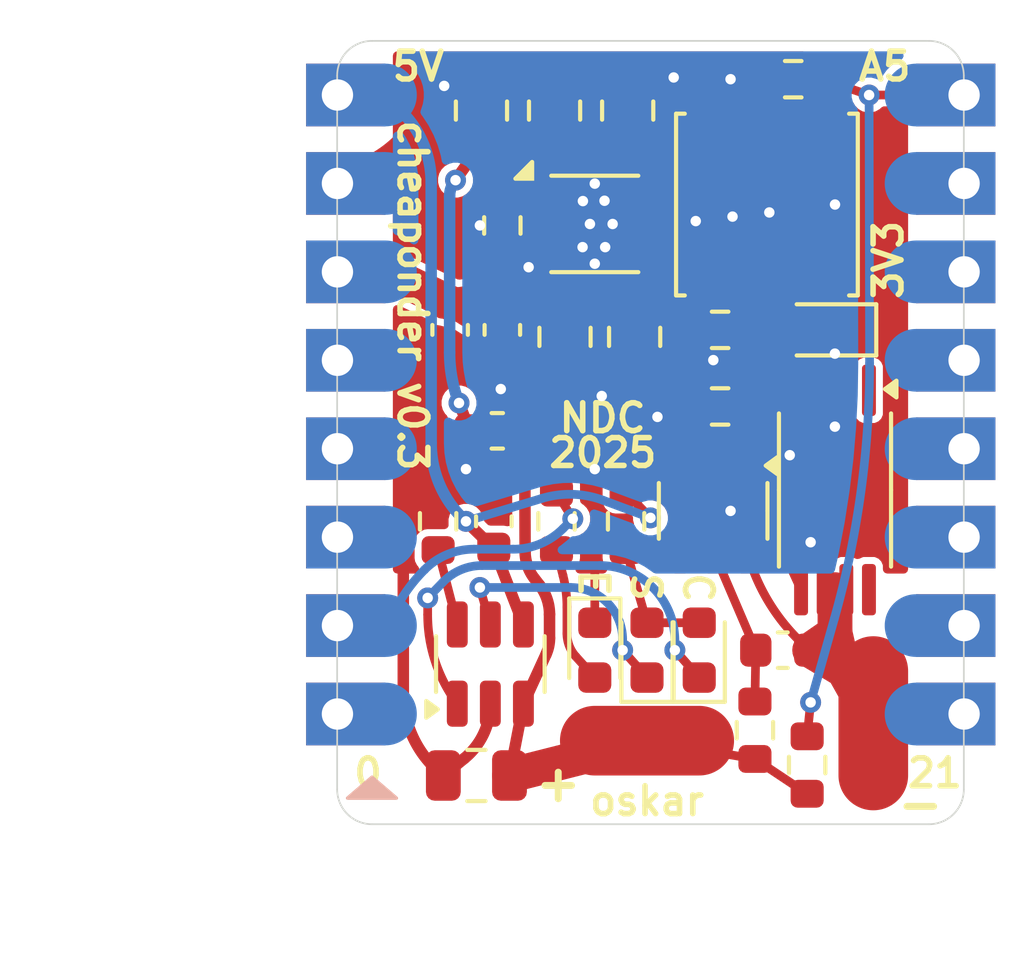
<source format=kicad_pcb>
(kicad_pcb (version 20241229) (generator "pcbnew") (generator_version "9.0")
  (layers (0 "F.Cu" signal) (2 "B.Cu" signal) (13 "F.Paste" user) (15 "B.Paste" user) (5 "F.SilkS" user "F.Silkscreen") (1 "F.Mask" user) (3 "B.Mask" user) (25 "Edge.Cuts" user))
  (net 0 "")
  (net 1 "/+VIN")
  (net 2 "GND")
  (net 3 "+3V3")
  (net 4 "Net-(U2-VCC)")
  (net 5 "-BATT")
  (net 6 "VBUS")
  (net 7 "+BATT")
  (net 8 "Net-(D1-A)")
  (net 9 "/TP_STBY")
  (net 10 "/TP_CHRG")
  (net 11 "Net-(D4-A)")
  (net 12 "/L1")
  (net 13 "/L2")
  (net 15 "/DW_OC")
  (net 17 "/DW_OD")
  (net 18 "/DW_CS")
  (net 19 "/ESP_LED")
  (net 21 "Net-(D3-A)")
  (net 22 "Net-(U1-PROG)")
  (net 23 "Net-(U3-CFG1)")
  (net 34 "/VBAT_MON")
  (footprint "Capacitor_SMD:C_0805_2012Metric" (layer "F.Cu") (at 79.144974 111.501003 90)
    (property "Reference" "C9" (hide yes))
    (property "Value" "10uF")
    (fp_line (start -0.261253 -0.735) (end 0.261253 -0.735) (stroke (width 0.12)) (layer "F.SilkS"))
    (fp_line (start -0.261253 0.735) (end 0.261253 0.735) (stroke (width 0.12)) (layer "F.SilkS"))
    (pad "1" smd roundrect (at -0.949999 0 90) (size 1 1.45) (layers "F.Cu" "F.Mask" "F.Paste") (net 2 "GND"))
    (pad "2" smd roundrect (at 0.949999 0 90) (size 1 1.45) (layers "F.Cu" "F.Mask" "F.Paste") (net 3 "+3V3"))
  )
  (footprint "LED_SMD:LED_0603_1608Metric" (layer "F.Cu") (at 86.6 111.3 180)
    (property "Reference" "D3" (hide yes))
    (property "Value" "LED")
    (fp_line (start 0.8 -0.735) (end -1.485 -0.735) (stroke (width 0.12)) (layer "F.SilkS"))
    (fp_line (start -1.485 0.735) (end 0.8 0.735) (stroke (width 0.12)) (layer "F.SilkS"))
    (fp_line (start -1.485 -0.735) (end -1.485 0.735) (stroke (width 0.12)) (layer "F.SilkS"))
    (pad "1" smd roundrect (at -0.787501 0 180) (size 0.875 0.95) (layers "F.Cu" "F.Mask" "F.Paste") (net 2 "GND"))
    (pad "2" smd roundrect (at 0.787501 0 180) (size 0.875 0.95) (layers "F.Cu" "F.Mask" "F.Paste") (net 21 "Net-(D3-A)"))
  )
  (footprint "Capacitor_SMD:C_0805_2012Metric" (layer "F.Cu") (at 80.944974 105.001003 -90)
    (property "Reference" "C6" (hide yes))
    (property "Value" "3.3uF")
    (fp_line (start -0.261253 0.735) (end 0.261253 0.735) (stroke (width 0.12)) (layer "F.SilkS"))
    (fp_line (start -0.261253 -0.735) (end 0.261253 -0.735) (stroke (width 0.12)) (layer "F.SilkS"))
    (pad "1" smd roundrect (at -0.949999 0 270) (size 1 1.45) (layers "F.Cu" "F.Mask" "F.Paste") (net 2 "GND"))
    (pad "2" smd roundrect (at 0.949999 0 270) (size 1 1.45) (layers "F.Cu" "F.Mask" "F.Paste") (net 1 "/+VIN"))
  )
  (footprint "Package_TO_SOT_SMD:TSOT-23-6" (layer "F.Cu") (at 77 120.9 90)
    (property "Reference" "U1" (hide yes))
    (property "Value" "TP4057")
    (fp_line (start 0 -1.56) (end 0.8 -1.56) (stroke (width 0.12)) (layer "F.SilkS"))
    (fp_line (start 0 -1.56) (end -0.8 -1.56) (stroke (width 0.12)) (layer "F.SilkS"))
    (fp_line (start 0 1.56) (end 0.8 1.56) (stroke (width 0.12)) (layer "F.SilkS"))
    (fp_line (start 0 1.56) (end -0.8 1.56) (stroke (width 0.12)) (layer "F.SilkS"))
    (fp_poly (pts (xy -1.3 -1.51) (xy -1.54 -1.84) (xy -1.06 -1.84)) (stroke (width 0.12)) (fill yes) (layer "F.SilkS"))
    (pad "1" smd roundrect (at -1.1375 -0.95 90) (size 1.325 0.6) (layers "F.Cu" "F.Mask" "F.Paste") (net 10 "/TP_CHRG"))
    (pad "2" smd roundrect (at -1.1375 0 90) (size 1.325 0.6) (layers "F.Cu" "F.Mask" "F.Paste") (net 2 "GND"))
    (pad "3" smd roundrect (at -1.1375 0.95 90) (size 1.325 0.6) (layers "F.Cu" "F.Mask" "F.Paste") (net 7 "+BATT"))
    (pad "4" smd roundrect (at 1.1375 0.95 90) (size 1.325 0.6) (layers "F.Cu" "F.Mask" "F.Paste") (net 6 "VBUS"))
    (pad "5" smd roundrect (at 1.1375 0 90) (size 1.325 0.6) (layers "F.Cu" "F.Mask" "F.Paste") (net 9 "/TP_STBY"))
    (pad "6" smd roundrect (at 1.1375 -0.95 90) (size 1.325 0.6) (layers "F.Cu" "F.Mask" "F.Paste") (net 22 "Net-(U1-PROG)"))
  )
  (footprint "Capacitor_SMD:C_0805_2012Metric" (layer "F.Cu") (at 78.844973 105.001003 -90)
    (property "Reference" "C7" (hide yes))
    (property "Value" "3.3uF")
    (fp_line (start -0.261253 0.735) (end 0.261253 0.735) (stroke (width 0.12)) (layer "F.SilkS"))
    (fp_line (start -0.261253 -0.735) (end 0.261253 -0.735) (stroke (width 0.12)) (layer "F.SilkS"))
    (pad "1" smd roundrect (at -0.949999 0 270) (size 1 1.45) (layers "F.Cu" "F.Mask" "F.Paste") (net 2 "GND"))
    (pad "2" smd roundrect (at 0.949999 0 270) (size 1 1.45) (layers "F.Cu" "F.Mask" "F.Paste") (net 1 "/+VIN"))
  )
  (footprint "LED_SMD:LED_0603_1608Metric" (layer "F.Cu") (at 80 120.5 -90)
    (property "Reference" "D4" (hide yes))
    (property "Value" "LED")
    (fp_line (start -1.485 0.735) (end 0.8 0.735) (stroke (width 0.12)) (layer "F.SilkS"))
    (fp_line (start -1.485 -0.735) (end -1.485 0.735) (stroke (width 0.12)) (layer "F.SilkS"))
    (fp_line (start 0.8 -0.735) (end -1.485 -0.735) (stroke (width 0.12)) (layer "F.SilkS"))
    (pad "1" smd roundrect (at -0.787501 0 270) (size 0.875 0.95) (layers "F.Cu" "F.Mask" "F.Paste") (net 2 "GND"))
    (pad "2" smd roundrect (at 0.787501 0 270) (size 0.875 0.95) (layers "F.Cu" "F.Mask" "F.Paste") (net 11 "Net-(D4-A)"))
  )
  (footprint "Resistor_SMD:R_0603_1608Metric" (layer "F.Cu") (at 75.5 116.8 -90)
    (property "Reference" "R3" (hide yes))
    (property "Value" "1k6")
    (fp_line (start -0.237258 0.5225) (end 0.237258 0.5225) (stroke (width 0.12)) (layer "F.SilkS"))
    (fp_line (start -0.237258 -0.5225) (end 0.237258 -0.5225) (stroke (width 0.12)) (layer "F.SilkS"))
    (pad "1" smd roundrect (at -0.825 0 270) (size 0.8 0.95) (layers "F.Cu" "F.Mask" "F.Paste") (net 2 "GND"))
    (pad "2" smd roundrect (at 0.825 0 270) (size 0.8 0.95) (layers "F.Cu" "F.Mask" "F.Paste") (net 22 "Net-(U1-PROG)"))
  )
  (footprint "Package_SO:TSSOP-8_4.4x3mm_P0.65mm" (layer "F.Cu") (at 86.9 115.9 -90)
    (property "Reference" "Q1" (hide yes))
    (property "Value" "FS8205A")
    (fp_line (start 0 1.61) (end -2.2 1.61) (stroke (width 0.12)) (layer "F.SilkS"))
    (fp_line (start 0 1.61) (end 2.2 1.61) (stroke (width 0.12)) (layer "F.SilkS"))
    (fp_line (start 0 -1.61) (end -2.2 -1.61) (stroke (width 0.12)) (layer "F.SilkS"))
    (fp_line (start 0 -1.61) (end 2.2 -1.61) (stroke (width 0.12)) (layer "F.SilkS"))
    (fp_poly (pts (xy -2.9 -1.435) (xy -3.14 -1.765) (xy -2.66 -1.765)) (stroke (width 0.12)) (fill yes) (layer "F.SilkS"))
    (pad "1" smd roundrect (at -2.8625 -0.975 270) (size 1.475 0.4) (layers "F.Cu" "F.Mask" "F.Paste"))
    (pad "2" smd roundrect (at -2.8625 -0.325 270) (size 1.475 0.4) (layers "F.Cu" "F.Mask" "F.Paste") (net 2 "GND"))
    (pad "3" smd roundrect (at -2.8625 0.325 270) (size 1.475 0.4) (layers "F.Cu" "F.Mask" "F.Paste") (net 2 "GND"))
    (pad "4" smd roundrect (at -2.8625 0.975 270) (size 1.475 0.4) (layers "F.Cu" "F.Mask" "F.Paste") (net 15 "/DW_OC"))
    (pad "5" smd roundrect (at 2.8625 0.975 270) (size 1.475 0.4) (layers "F.Cu" "F.Mask" "F.Paste") (net 17 "/DW_OD"))
    (pad "6" smd roundrect (at 2.8625 0.325 270) (size 1.475 0.4) (layers "F.Cu" "F.Mask" "F.Paste") (net 5 "-BATT"))
    (pad "7" smd roundrect (at 2.8625 -0.325 270) (size 1.475 0.4) (layers "F.Cu" "F.Mask" "F.Paste") (net 5 "-BATT"))
    (pad "8" smd roundrect (at 2.8625 -0.975 270) (size 1.475 0.4) (layers "F.Cu" "F.Mask" "F.Paste"))
  )
  (footprint "Resistor_SMD:R_0603_1608Metric" (layer "F.Cu") (at 83.6 111.3 180)
    (property "Reference" "R5" (hide yes))
    (property "Value" "1k6")
    (fp_line (start -0.237258 0.5225) (end 0.237258 0.5225) (stroke (width 0.12)) (layer "F.SilkS"))
    (fp_line (start -0.237258 -0.5225) (end 0.237258 -0.5225) (stroke (width 0.12)) (layer "F.SilkS"))
    (pad "1" smd roundrect (at -0.825 0 180) (size 0.8 0.95) (layers "F.Cu" "F.Mask" "F.Paste") (net 21 "Net-(D3-A)"))
    (pad "2" smd roundrect (at 0.825 0 180) (size 0.8 0.95) (layers "F.Cu" "F.Mask" "F.Paste") (net 3 "+3V3"))
  )
  (footprint "Package_TO_SOT_SMD:SOT-23-6" (layer "F.Cu") (at 83.4 116.5 -90)
    (property "Reference" "U2" (hide yes))
    (property "Value" "DW01A")
    (fp_line (start 0 1.56) (end -0.8 1.56) (stroke (width 0.12)) (layer "F.SilkS"))
    (fp_line (start 0 1.56) (end 0.8 1.56) (stroke (width 0.12)) (layer "F.SilkS"))
    (fp_line (start 0 -1.56) (end -0.8 -1.56) (stroke (width 0.12)) (layer "F.SilkS"))
    (fp_line (start 0 -1.56) (end 0.8 -1.56) (stroke (width 0.12)) (layer "F.SilkS"))
    (fp_poly (pts (xy -1.3 -1.51) (xy -1.54 -1.84) (xy -1.06 -1.84)) (stroke (width 0.12)) (fill yes) (layer "F.SilkS"))
    (pad "1" smd roundrect (at -1.1375 -0.95 270) (size 1.325 0.6) (layers "F.Cu" "F.Mask" "F.Paste") (net 17 "/DW_OD"))
    (pad "2" smd roundrect (at -1.1375 0 270) (size 1.325 0.6) (layers "F.Cu" "F.Mask" "F.Paste") (net 18 "/DW_CS"))
    (pad "3" smd roundrect (at -1.1375 0.95 270) (size 1.325 0.6) (layers "F.Cu" "F.Mask" "F.Paste") (net 15 "/DW_OC"))
    (pad "4" smd roundrect (at 1.1375 0.95 270) (size 1.325 0.6) (layers "F.Cu" "F.Mask" "F.Paste"))
    (pad "5" smd roundrect (at 1.1375 0 270) (size 1.325 0.6) (layers "F.Cu" "F.Mask" "F.Paste") (net 4 "Net-(U2-VCC)"))
    (pad "6" smd roundrect (at 1.1375 -0.95 270) (size 1.325 0.6) (layers "F.Cu" "F.Mask" "F.Paste") (net 5 "-BATT"))
  )
  (footprint "Resistor_SMD:R_0603_1608Metric" (layer "F.Cu") (at 80.9 116.8 90)
    (property "Reference" "R1" (hide yes))
    (property "Value" "1k6")
    (fp_line (start -0.237258 -0.5225) (end 0.237258 -0.5225) (stroke (width 0.12)) (layer "F.SilkS"))
    (fp_line (start -0.237258 0.5225) (end 0.237258 0.5225) (stroke (width 0.12)) (layer "F.SilkS"))
    (pad "1" smd roundrect (at -0.825 0 90) (size 0.8 0.95) (layers "F.Cu" "F.Mask" "F.Paste") (net 8 "Net-(D1-A)"))
    (pad "2" smd roundrect (at 0.825 0 90) (size 0.8 0.95) (layers "F.Cu" "F.Mask" "F.Paste") (net 6 "VBUS"))
  )
  (footprint "Capacitor_SMD:C_0603_1608Metric" (layer "F.Cu") (at 77.344974 111.301003 90)
    (property "Reference" "C4" (hide yes))
    (property "Value" "100n")
    (fp_line (start -0.140581 -0.51) (end 0.140581 -0.51) (stroke (width 0.12)) (layer "F.SilkS"))
    (fp_line (start -0.140581 0.51) (end 0.140581 0.51) (stroke (width 0.12)) (layer "F.SilkS"))
    (pad "1" smd roundrect (at -0.775 0 90) (size 0.9 0.95) (layers "F.Cu" "F.Mask" "F.Paste") (net 2 "GND"))
    (pad "2" smd roundrect (at 0.775 0 90) (size 0.9 0.95) (layers "F.Cu" "F.Mask" "F.Paste") (net 3 "+3V3"))
  )
  (footprint "Resistor_SMD:R_0603_1608Metric" (layer "F.Cu") (at 85.7 104.1)
    (property "Reference" "R9" (hide yes))
    (property "Value" "1M")
    (fp_line (start -0.237258 -0.5225) (end 0.237258 -0.5225) (stroke (width 0.12)) (layer "F.SilkS"))
    (fp_line (start -0.237258 0.5225) (end 0.237258 0.5225) (stroke (width 0.12)) (layer "F.SilkS"))
    (pad "1" smd roundrect (at -0.825 0) (size 0.8 0.95) (layers "F.Cu" "F.Mask" "F.Paste") (net 2 "GND"))
    (pad "2" smd roundrect (at 0.825 0) (size 0.8 0.95) (layers "F.Cu" "F.Mask" "F.Paste") (net 34 "/VBAT_MON"))
  )
  (footprint "LED_SMD:LED_0603_1608Metric" (layer "F.Cu") (at 83 120.5 90)
    (property "Reference" "D2" (hide yes))
    (property "Value" "LED")
    (fp_line (start 0.8 -0.735) (end -1.485 -0.735) (stroke (width 0.12)) (layer "F.SilkS"))
    (fp_line (start -1.485 -0.735) (end -1.485 0.735) (stroke (width 0.12)) (layer "F.SilkS"))
    (fp_line (start -1.485 0.735) (end 0.8 0.735) (stroke (width 0.12)) (layer "F.SilkS"))
    (pad "1" smd roundrect (at -0.787501 0 90) (size 0.875 0.95) (layers "F.Cu" "F.Mask" "F.Paste") (net 10 "/TP_CHRG"))
    (pad "2" smd roundrect (at 0.787501 0 90) (size 0.875 0.95) (layers "F.Cu" "F.Mask" "F.Paste") (net 8 "Net-(D1-A)"))
  )
  (footprint "Capacitor_SMD:C_0805_2012Metric" (layer "F.Cu") (at 76.744973 105.001003 -90)
    (property "Reference" "C8" (hide yes))
    (property "Value" "3.3uF")
    (fp_line (start -0.261253 0.735) (end 0.261253 0.735) (stroke (width 0.12)) (layer "F.SilkS"))
    (fp_line (start -0.261253 -0.735) (end 0.261253 -0.735) (stroke (width 0.12)) (layer "F.SilkS"))
    (pad "1" smd roundrect (at -0.949999 0 270) (size 1 1.45) (layers "F.Cu" "F.Mask" "F.Paste") (net 2 "GND"))
    (pad "2" smd roundrect (at 0.949999 0 270) (size 1 1.45) (layers "F.Cu" "F.Mask" "F.Paste") (net 1 "/+VIN"))
  )
  (footprint "Resistor_SMD:R_0603_1608Metric" (layer "F.Cu") (at 83.6 113.5)
    (property "Reference" "R4" (hide yes))
    (property "Value" "1k")
    (fp_line (start -0.237258 -0.5225) (end 0.237258 -0.5225) (stroke (width 0.12)) (layer "F.SilkS"))
    (fp_line (start -0.237258 0.5225) (end 0.237258 0.5225) (stroke (width 0.12)) (layer "F.SilkS"))
    (pad "1" smd roundrect (at -0.825 0) (size 0.8 0.95) (layers "F.Cu" "F.Mask" "F.Paste") (net 2 "GND"))
    (pad "2" smd roundrect (at 0.825 0) (size 0.8 0.95) (layers "F.Cu" "F.Mask" "F.Paste") (net 18 "/DW_CS"))
  )
  (footprint "Fuse:Fuse_0603_1608Metric" (layer "F.Cu") (at 77.2 114.2 180)
    (property "Reference" "F1" (hide yes))
    (property "Value" "Fuse")
    (fp_line (start -0.16278 0.51) (end 0.16278 0.51) (stroke (width 0.12)) (layer "F.SilkS"))
    (fp_line (start -0.16278 -0.51) (end 0.16278 -0.51) (stroke (width 0.12)) (layer "F.SilkS"))
    (pad "1" smd roundrect (at -0.787501 0 180) (size 0.875 0.95) (layers "F.Cu" "F.Mask" "F.Paste") (net 7 "+BATT"))
    (pad "2" smd roundrect (at 0.787501 0 180) (size 0.875 0.95) (layers "F.Cu" "F.Mask" "F.Paste") (net 1 "/+VIN"))
  )
  (footprint "Resistor_SMD:R_0603_1608Metric" (layer "F.Cu") (at 86.1 123.8 -90)
    (property "Reference" "R8" (hide yes))
    (property "Value" "470k")
    (fp_line (start -0.237258 0.5225) (end 0.237258 0.5225) (stroke (width 0.12)) (layer "F.SilkS"))
    (fp_line (start -0.237258 -0.5225) (end 0.237258 -0.5225) (stroke (width 0.12)) (layer "F.SilkS"))
    (pad "1" smd roundrect (at -0.825 0 270) (size 0.8 0.95) (layers "F.Cu" "F.Mask" "F.Paste") (net 34 "/VBAT_MON"))
    (pad "2" smd roundrect (at 0.825 0 270) (size 0.8 0.95) (layers "F.Cu" "F.Mask" "F.Paste") (net 7 "+BATT"))
  )
  (footprint "Capacitor_SMD:C_0805_2012Metric" (layer "F.Cu") (at 76.6 124.1)
    (property "Reference" "C3" (hide yes))
    (property "Value" "10u")
    (fp_line (start -0.261252 -0.735) (end 0.261252 -0.735) (stroke (width 0.12)) (layer "F.SilkS"))
    (fp_line (start -0.261252 0.735) (end 0.261252 0.735) (stroke (width 0.12)) (layer "F.SilkS"))
    (pad "1" smd roundrect (at -0.95 0) (size 1 1.45) (layers "F.Cu" "F.Mask" "F.Paste") (net 2 "GND"))
    (pad "2" smd roundrect (at 0.95 0) (size 1 1.45) (layers "F.Cu" "F.Mask" "F.Paste") (net 7 "+BATT"))
  )
  (footprint "Resistor_SMD:R_0603_1608Metric" (layer "F.Cu") (at 84.6 122.8 -90)
    (property "Reference" "R2" (hide yes))
    (property "Value" "100")
    (fp_line (start -0.237258 0.5225) (end 0.237258 0.5225) (stroke (width 0.12)) (layer "F.SilkS"))
    (fp_line (start -0.237258 -0.5225) (end 0.237258 -0.5225) (stroke (width 0.12)) (layer "F.SilkS"))
    (pad "1" smd roundrect (at -0.825 0 270) (size 0.8 0.95) (layers "F.Cu" "F.Mask" "F.Paste") (net 4 "Net-(U2-VCC)"))
    (pad "2" smd roundrect (at 0.825 0 270) (size 0.8 0.95) (layers "F.Cu" "F.Mask" "F.Paste") (net 7 "+BATT"))
  )
  (footprint "Inductor_SMD:L_Changjiang_FNR5020S" (layer "F.Cu") (at 84.944974 107.701003 90)
    (property "Reference" "L1" (hide yes))
    (property "Value" "2.2uH 43mohm")
    (fp_line (start 2.61 -2.61) (end 2.61 -2.36) (stroke (width 0.12)) (layer "F.SilkS"))
    (fp_line (start -2.61 -2.61) (end 2.61 -2.61) (stroke (width 0.12)) (layer "F.SilkS"))
    (fp_line (start -2.61 -2.36) (end -2.61 -2.61) (stroke (width 0.12)) (layer "F.SilkS"))
    (fp_line (start 2.61 2.36) (end 2.61 2.61) (stroke (width 0.12)) (layer "F.SilkS"))
    (fp_line (start 2.61 2.61) (end -2.61 2.61) (stroke (width 0.12)) (layer "F.SilkS"))
    (fp_line (start -2.61 2.61) (end -2.61 2.36) (stroke (width 0.12)) (layer "F.SilkS"))
    (pad "1" smd roundrect (at -1.85 0 90) (size 1.4 4.2) (layers "F.Cu" "F.Mask" "F.Paste") (roundrect_rratio 0.178571) (net 13 "/L2"))
    (pad "2" smd roundrect (at 1.85 0 90) (size 1.4 4.2) (layers "F.Cu" "F.Mask" "F.Paste") (roundrect_rratio 0.178571) (net 12 "/L1"))
  )
  (footprint "LOGO" (layer "F.Cu") (at 86.9 115.9 -90)
    (property "Reference" "G***" (hide yes))
    (property "Value" "LOGO" (hide yes))
  )
  (footprint "Capacitor_SMD:C_0805_2012Metric" (layer "F.Cu") (at 81.144974 111.501003 90)
    (property "Reference" "C10" (hide yes))
    (property "Value" "10uF")
    (fp_line (start -0.261253 -0.735) (end 0.261253 -0.735) (stroke (width 0.12)) (layer "F.SilkS"))
    (fp_line (start -0.261253 0.735) (end 0.261253 0.735) (stroke (width 0.12)) (layer "F.SilkS"))
    (pad "1" smd roundrect (at -0.949999 0 90) (size 1 1.45) (layers "F.Cu" "F.Mask" "F.Paste") (net 2 "GND"))
    (pad "2" smd roundrect (at 0.949999 0 90) (size 1 1.45) (layers "F.Cu" "F.Mask" "F.Paste") (net 3 "+3V3"))
  )
  (footprint "Capacitor_SMD:C_0603_1608Metric" (layer "F.Cu") (at 85.4 120.5 180)
    (property "Reference" "C1" (hide yes))
    (property "Value" "100n")
    (fp_line (start -0.140581 0.51) (end 0.140581 0.51) (stroke (width 0.12)) (layer "F.SilkS"))
    (fp_line (start -0.140581 -0.51) (end 0.140581 -0.51) (stroke (width 0.12)) (layer "F.SilkS"))
    (pad "1" smd roundrect (at -0.775 0 180) (size 0.9 0.95) (layers "F.Cu" "F.Mask" "F.Paste") (net 5 "-BATT"))
    (pad "2" smd roundrect (at 0.775 0 180) (size 0.9 0.95) (layers "F.Cu" "F.Mask" "F.Paste") (net 4 "Net-(U2-VCC)"))
  )
  (footprint "LED_SMD:LED_0603_1608Metric" (layer "F.Cu") (at 81.5 120.5 90)
    (property "Reference" "D1" (hide yes))
    (property "Value" "LED")
    (fp_line (start 0.8 -0.735) (end -1.485 -0.735) (stroke (width 0.12)) (layer "F.SilkS"))
    (fp_line (start -1.485 -0.735) (end -1.485 0.735) (stroke (width 0.12)) (layer "F.SilkS"))
    (fp_line (start -1.485 0.735) (end 0.8 0.735) (stroke (width 0.12)) (layer "F.SilkS"))
    (pad "1" smd roundrect (at -0.787501 0 90) (size 0.875 0.95) (layers "F.Cu" "F.Mask" "F.Paste") (net 9 "/TP_STBY"))
    (pad "2" smd roundrect (at 0.787501 0 90) (size 0.875 0.95) (layers "F.Cu" "F.Mask" "F.Paste") (net 8 "Net-(D1-A)"))
  )
  (footprint "Capacitor_SMD:C_0603_1608Metric" (layer "F.Cu") (at 77.1 116.8 -90)
    (property "Reference" "C2" (hide yes))
    (property "Value" "10u")
    (fp_line (start -0.140581 0.51) (end 0.140581 0.51) (stroke (width 0.12)) (layer "F.SilkS"))
    (fp_line (start -0.140581 -0.51) (end 0.140581 -0.51) (stroke (width 0.12)) (layer "F.SilkS"))
    (pad "1" smd roundrect (at -0.775 0 270) (size 0.9 0.95) (layers "F.Cu" "F.Mask" "F.Paste") (net 2 "GND"))
    (pad "2" smd roundrect (at 0.775 0 270) (size 0.9 0.95) (layers "F.Cu" "F.Mask" "F.Paste") (net 6 "VBUS"))
  )
  (footprint "cheaponder:pbwire" (layer "F.Cu") (at 88 122.6 90)
    (property "Reference" "J2" (hide yes))
    (property "Value" "B-")
    (pad "1" smd oval (at 0 0 90) (size 5 2) (layers "F.Cu" "F.Mask" "F.Paste") (net 5 "-BATT"))
  )
  (footprint "Resistor_SMD:R_0603_1608Metric" (layer "F.Cu") (at 77.344974 108.301003 -90)
    (property "Reference" "R6" (hide yes))
    (property "Value" "36k5")
    (fp_line (start -0.237258 0.5225) (end 0.237258 0.5225) (stroke (width 0.12)) (layer "F.SilkS"))
    (fp_line (start -0.237258 -0.5225) (end 0.237258 -0.5225) (stroke (width 0.12)) (layer "F.SilkS"))
    (pad "1" smd roundrect (at -0.825 0 270) (size 0.8 0.95) (layers "F.Cu" "F.Mask" "F.Paste") (net 23 "Net-(U3-CFG1)"))
    (pad "2" smd roundrect (at 0.825 0 270) (size 0.8 0.95) (layers "F.Cu" "F.Mask" "F.Paste") (net 2 "GND"))
  )
  (footprint "cheaponder:pbwire" (layer "F.Cu") (at 81.5 123.1)
    (property "Reference" "J1" (hide yes))
    (property "Value" "B+")
    (pad "1" smd oval (at 0 0) (size 5 2) (layers "F.Cu" "F.Mask" "F.Paste") (net 7 "+BATT"))
  )
  (footprint "Resistor_SMD:R_0603_1608Metric" (layer "F.Cu") (at 78.9 116.8 90)
    (property "Reference" "R7" (hide yes))
    (property "Value" "1k6")
    (fp_line (start -0.237258 -0.5225) (end 0.237258 -0.5225) (stroke (width 0.12)) (layer "F.SilkS"))
    (fp_line (start -0.237258 0.5225) (end 0.237258 0.5225) (stroke (width 0.12)) (layer "F.SilkS"))
    (pad "1" smd roundrect (at -0.825 0 90) (size 0.8 0.95) (layers "F.Cu" "F.Mask" "F.Paste") (net 11 "Net-(D4-A)"))
    (pad "2" smd roundrect (at 0.825 0 90) (size 0.8 0.95) (layers "F.Cu" "F.Mask" "F.Paste") (net 19 "/ESP_LED"))
  )
  (footprint "Package_SON:WSON-10-1EP_2.5x2.5mm_P0.5mm_EP1.2x2mm" (layer "F.Cu") (at 80 108.2575)
    (property "Reference" "U3" (hide yes))
    (property "Value" "TPS63900")
    (fp_line (start -1.25 -1.385) (end 1.25 -1.385) (stroke (width 0.12)) (layer "F.SilkS"))
    (fp_line (start -1.25 1.385) (end 1.25 1.385) (stroke (width 0.12)) (layer "F.SilkS"))
    (fp_poly (pts (xy -1.8 -1.3) (xy -2.28 -1.3) (xy -1.8 -1.78)) (stroke (width 0.12)) (fill yes) (layer "F.SilkS"))
    (pad "1" smd roundrect (at -1.2125 -1) (size 0.825 0.25) (layers "F.Cu" "F.Mask" "F.Paste") (net 1 "/+VIN"))
    (pad "2" smd roundrect (at -1.2125 -0.5) (size 0.825 0.25) (layers "F.Cu" "F.Mask" "F.Paste") (net 1 "/+VIN"))
    (pad "3" smd roundrect (at -1.2125 0) (size 0.825 0.25) (layers "F.Cu" "F.Mask" "F.Paste") (net 23 "Net-(U3-CFG1)"))
    (pad "4" smd roundrect (at -1.2125 0.5) (size 0.825 0.25) (layers "F.Cu" "F.Mask" "F.Paste") (net 2 "GND"))
    (pad "5" smd roundrect (at -1.2125 1) (size 0.825 0.25) (layers "F.Cu" "F.Mask" "F.Paste") (net 2 "GND"))
    (pad "6" smd roundrect (at 1.2125 1) (size 0.825 0.25) (layers "F.Cu" "F.Mask" "F.Paste") (net 3 "+3V3"))
    (pad "7" smd roundrect (at 1.2125 0.5) (size 0.825 0.25) (layers "F.Cu" "F.Mask" "F.Paste") (net 13 "/L2"))
    (pad "8" smd roundrect (at 1.2125 0) (size 0.825 0.25) (layers "F.Cu" "F.Mask" "F.Paste") (net 2 "GND"))
    (pad "9" smd roundrect (at 1.2125 -0.5) (size 0.825 0.25) (layers "F.Cu" "F.Mask" "F.Paste") (net 12 "/L1"))
    (pad "10" smd roundrect (at 1.2125 -1) (size 0.825 0.25) (layers "F.Cu" "F.Mask" "F.Paste") (net 1 "/+VIN"))
    (pad "11" smd rect (at 0 0) (size 1.2 2) (property pad_prop_heatsink) (layers "F.Cu" "F.Mask") (net 2 "GND"))
  )
  (footprint "Capacitor_SMD:C_0603_1608Metric" (layer "F.Cu") (at 75.844974 111.301003 -90)
    (property "Reference" "C5" (hide yes))
    (property "Value" "10n")
    (fp_line (start -0.140581 0.51) (end 0.140581 0.51) (stroke (width 0.12)) (layer "F.SilkS"))
    (fp_line (start -0.140581 -0.51) (end 0.140581 -0.51) (stroke (width 0.12)) (layer "F.SilkS"))
    (pad "1" smd roundrect (at -0.775 0 270) (size 0.9 0.95) (layers "F.Cu" "F.Mask" "F.Paste") (net 3 "+3V3"))
    (pad "2" smd roundrect (at 0.775 0 270) (size 0.9 0.95) (layers "F.Cu" "F.Mask" "F.Paste") (net 2 "GND"))
  )
  (footprint "cheaponder:ESP32_C3_SuperMini" (layer "B.Cu") (at 81.6 113.45 180)
    (property "Reference" "U4" (hide yes))
    (property "Value" "ESP32-S3-Zero Devboard")
    (fp_poly (pts (xy 8.7 -11.3) (xy 8 -10.7) (xy 7.3 -11.3)) (stroke (width 0.1)) (fill yes) (layer "B.SilkS"))
    (pad "0" smd circle (at 7.612 -8.884 180) (size 1.8 1.8) (layers "B.Cu" "B.Mask" "B.Paste"))
    (pad "0" thru_hole rect (at 8.992 -8.884) (size 2.28 1.8) (drill 0.9 (offset 0.24 0)) (layers "*.Cu" "*.Mask"))
    (pad "1" smd circle (at 7.612 -6.344 180) (size 1.8 1.8) (layers "B.Cu" "B.Mask" "B.Paste") (net 19 "/ESP_LED"))
    (pad "1" thru_hole rect (at 8.992 -6.344) (size 2.28 1.8) (drill 0.9 (offset 0.24 0)) (layers "*.Cu" "*.Mask") (net 19 "/ESP_LED"))
    (pad "2" smd circle (at 7.612 -3.804 180) (size 1.8 1.8) (layers "B.Cu" "B.Mask" "B.Paste"))
    (pad "2" thru_hole rect (at 8.992 -3.804) (size 2.28 1.8) (drill 0.9 (offset 0.24 0)) (layers "*.Cu" "*.Mask"))
    (pad "3" smd circle (at 7.612 -1.264 180) (size 1.8 1.8) (layers "B.Cu" "B.Mask" "B.Paste"))
    (pad "3" thru_hole rect (at 8.992 -1.264) (size 2.28 1.8) (drill 0.9 (offset 0.24 0)) (layers "*.Cu" "*.Mask"))
    (pad "3V3" smd circle (at 7.612 3.816 180) (size 1.8 1.8) (layers "B.Cu" "B.Mask" "B.Paste") (net 3 "+3V3"))
    (pad "3V3" thru_hole rect (at 8.992 3.816) (size 2.28 1.8) (drill 0.9 (offset 0.24 0)) (layers "*.Cu" "*.Mask") (net 3 "+3V3"))
    (pad "4" smd circle (at 7.612 1.276 180) (size 1.8 1.8) (layers "B.Cu" "B.Mask" "B.Paste"))
    (pad "4" thru_hole rect (at 8.992 1.276) (size 2.28 1.8) (drill 0.9 (offset 0.24 0)) (layers "*.Cu" "*.Mask"))
    (pad "5" thru_hole rect (at -9.008 8.896 180) (size 2.28 1.8) (drill 0.9 (offset 0.24 0)) (layers "*.Cu" "*.Mask") (net 34 "/VBAT_MON"))
    (pad "5" smd circle (at -7.628 8.896 180) (size 1.8 1.8) (layers "B.Cu" "B.Mask" "B.Paste") (net 34 "/VBAT_MON"))
    (pad "5V" smd circle (at 7.612 8.896 180) (size 1.8 1.8) (layers "B.Cu" "B.Mask" "B.Paste") (net 6 "VBUS"))
    (pad "5V" thru_hole rect (at 8.992 8.896) (size 2.28 1.8) (drill 0.9 (offset 0.24 0)) (layers "*.Cu" "*.Mask") (net 6 "VBUS"))
    (pad "6" thru_hole rect (at -9.008 6.356 180) (size 2.28 1.8) (drill 0.9 (offset 0.24 0)) (layers "*.Cu" "*.Mask"))
    (pad "6" smd circle (at -7.628 6.356 180) (size 1.8 1.8) (layers "B.Cu" "B.Mask" "B.Paste"))
    (pad "7" thru_hole rect (at -9.008 3.816 180) (size 2.28 1.8) (drill 0.9 (offset 0.24 0)) (layers "*.Cu" "*.Mask"))
    (pad "7" smd circle (at -7.628 3.816 180) (size 1.8 1.8) (layers "B.Cu" "B.Mask" "B.Paste"))
    (pad "8" thru_hole rect (at -9.008 1.276 180) (size 2.28 1.8) (drill 0.9 (offset 0.24 0)) (layers "*.Cu" "*.Mask"))
    (pad "8" smd circle (at -7.628 1.276 180) (size 1.8 1.8) (layers "B.Cu" "B.Mask" "B.Paste"))
    (pad "9" thru_hole rect (at -9.008 -1.264 180) (size 2.28 1.8) (drill 0.9 (offset 0.24 0)) (layers "*.Cu" "*.Mask"))
    (pad "9" smd circle (at -7.628 -1.264 180) (size 1.8 1.8) (layers "B.Cu" "B.Mask" "B.Paste"))
    (pad "10" thru_hole rect (at -9.008 -3.804 180) (size 2.28 1.8) (drill 0.9 (offset 0.24 0)) (layers "*.Cu" "*.Mask"))
    (pad "10" smd circle (at -7.628 -3.804 180) (size 1.8 1.8) (layers "B.Cu" "B.Mask" "B.Paste"))
    (pad "20" thru_hole rect (at -9.008 -6.344 180) (size 2.28 1.8) (drill 0.9 (offset 0.24 0)) (layers "*.Cu" "*.Mask"))
    (pad "20" smd circle (at -7.628 -6.344 180) (size 1.8 1.8) (layers "B.Cu" "B.Mask" "B.Paste"))
    (pad "21" thru_hole rect (at -9.008 -8.884 180) (size 2.28 1.8) (drill 0.9 (offset 0.24 0)) (layers "*.Cu" "*.Mask"))
    (pad "21" smd circle (at -7.628 -8.884 180) (size 1.8 1.8) (layers "B.Cu" "B.Mask" "B.Paste"))
    (pad "G" smd circle (at 7.612 6.356 180) (size 1.8 1.8) (layers "B.Cu" "B.Mask" "B.Paste") (net 2 "GND"))
    (pad "G" thru_hole rect (at 8.992 6.356) (size 2.28 1.8) (drill 0.9 (offset 0.24 0)) (layers "*.Cu" "*.Mask") (net 2 "GND"))
  )
  (gr_arc (start 72.6 104) (mid 72.892893 103.292893) (end 73.6 103) (stroke (width 0.05)) (layer "Edge.Cuts"))
  (gr_arc (start 73.6 125.5) (mid 72.892893 125.207107) (end 72.6 124.5) (stroke (width 0.05)) (layer "Edge.Cuts"))
  (gr_line (start 90.6 104) (end 90.6 124.5) (stroke (width 0.05)) (layer "Edge.Cuts"))
  (gr_arc (start 90.6 124.5) (mid 90.307107 125.207107) (end 89.6 125.5) (stroke (width 0.05)) (layer "Edge.Cuts"))
  (gr_arc (start 89.6 103) (mid 90.307107 103.292893) (end 90.6 104) (stroke (width 0.05)) (layer "Edge.Cuts"))
  (gr_line (start 72.6 124.5) (end 72.6 104) (stroke (width 0.05)) (layer "Edge.Cuts"))
  (gr_line (start 89.6 125.5) (end 73.6 125.5) (stroke (width 0.05)) (layer "Edge.Cuts"))
  (gr_line (start 73.6 103) (end 89.6 103) (stroke (width 0.05)) (layer "Edge.Cuts"))
  (gr_text "5V" (at 74.1 104.2 0) (layer "F.SilkS") (effects (font (size 0.8 0.8) (thickness 0.16) (bold yes)) (justify left bottom)))
  (gr_text "cheaponder v0.3" (at 74.3 105.2 270) (layer "F.SilkS") (effects (font (size 0.8 0.8) (thickness 0.16) (bold yes)) (justify left bottom)))
  (gr_text "S" (at 81 118.2 270) (layer "F.SilkS") (effects (font (size 0.8 0.8) (thickness 0.16) (bold yes)) (justify left bottom)))
  (gr_text "NDC" (at 78.9 114.3 0) (layer "F.SilkS") (effects (font (size 0.8 0.8) (thickness 0.16) (bold yes)) (justify left bottom)))
  (gr_text "oskar" (at 81.5 125.3 0) (layer "F.SilkS") (effects (font (size 0.8 0.8) (thickness 0.16) (bold yes)) (justify bottom)))
  (gr_text "2025" (at 78.599999 115.299999 0) (layer "F.SilkS") (effects (font (size 0.8 0.8) (thickness 0.16) (bold yes)) (justify left bottom)))
  (gr_text "+" (at 78.2 124.9 0) (layer "F.SilkS") (effects (font (size 1 1) (thickness 0.2) (bold yes)) (justify left bottom)))
  (gr_text "A5" (at 87.5 104.2 0) (layer "F.SilkS") (effects (font (size 0.8 0.8) (thickness 0.16) (bold yes)) (justify left bottom)))
  (gr_text "3V3" (at 88.9 110.5 90) (layer "F.SilkS") (effects (font (size 0.8 0.8) (thickness 0.16) (bold yes)) (justify left bottom)))
  (gr_text "21" (at 88.9 124.5 0) (layer "F.SilkS") (effects (font (size 0.8 0.8) (thickness 0.16) (bold yes)) (justify left bottom)))
  (gr_text "C" (at 82.5 118.2 270) (layer "F.SilkS") (effects (font (size 0.8 0.8) (thickness 0.16) (bold yes)) (justify left bottom)))
  (gr_text "E" (at 79.5 118.1 270) (layer "F.SilkS") (effects (font (size 0.8 0.8) (thickness 0.16) (bold yes)) (justify left bottom)))
  (gr_text "0" (at 73 124.5 0) (layer "F.SilkS") (effects (font (size 0.8 0.8) (thickness 0.16) (bold yes)) (justify left bottom)))
  (gr_text "-" (at 88.6 125.5 0) (layer "F.SilkS") (effects (font (size 1 1) (thickness 0.2) (bold yes)) (justify left bottom)))
  (segment (start 76 107) (end 76.744973 105.951002) (width 0.33) (layer "F.Cu") (net 1))
  (segment (start 76.412499 114.2) (end 76.1 113.4) (width 0.33) (layer "F.Cu") (net 1))
  (via (at 76 107) (size 0.6) (drill 0.3) (layers "F.Cu" "B.Cu") (net 1))
  (via (at 76.1 113.4) (size 0.6) (drill 0.3) (layers "F.Cu" "B.Cu") (net 1))
  (segment (start 75.83 111.950233) (end 75.83 107.462316) (width 0.33) (layer "B.Cu") (net 1))
  (arc (start 76 107) (mid 75.873817 107.216107) (end 75.83 107.462316) (width 0.33) (layer "B.Cu") (net 1))
  (arc (start 75.83 111.950233) (mid 75.89803 112.687337) (end 76.1 113.4) (width 0.33) (layer "B.Cu") (net 1))
  (segment (start 75.674186 104.293021) (end 75.33446 105.02765) (width 1) (layer "F.Cu") (net 2))
  (segment (start 81.509131 108.257396) (end 81.2125 108.2575) (width 0.33) (layer "F.Cu") (net 2))
  (segment (start 75.65 124.1) (end 76.253851 123.607973) (width 0.33) (layer "F.Cu") (net 2))
  (segment (start 80 119.712499) (end 80 115.3) (width 0.25) (layer "F.Cu") (net 2))
  (segment (start 86.896976 111.982375) (end 86.896976 113.023212) (width 0.25) (layer "F.Cu") (net 2))
  (segment (start 76.744973 104.051004) (end 75.674186 104.293021) (width 1) (layer "F.Cu") (net 2))
  (segment (start 87.387501 111.3) (end 86.896976 111.982375) (width 0.25) (layer "F.Cu") (net 2))
  (segment (start 74.5 121.739731) (end 74.5 118.1) (width 0.33) (layer "F.Cu") (net 2))
  (segment (start 86.896976 113.023212) (end 86.897172 114.080176) (width 1) (layer "F.Cu") (net 2))
  (segment (start 82.9 108.175423) (end 82.892504 108.176302) (width 0.33) (layer "F.Cu") (net 2))
  (segment (start 80.349999 108.2575) (end 81.2125 108.2575) (width 0.33) (layer "F.Cu") (net 2))
  (via (at 83.956367 108.047029) (size 0.6) (drill 0.3) (layers "F.Cu" "B.Cu") (net 2))
  (via (at 79.649398 108.923812) (size 0.5) (drill 0.3) (layers "F.Cu" "B.Cu") (net 2))
  (via (at 80 109.4) (size 0.6) (drill 0.3) (layers "F.Cu" "B.Cu") (net 2))
  (via (at 80.279444 107.591264) (size 0.5) (drill 0.3) (layers "F.Cu" "B.Cu") (net 2))
  (via (at 86.897172 114.080176) (size 0.6) (drill 0.3) (layers "F.Cu" "B.Cu") (net 2))
  (via (at 80.512561 108.259113) (size 0.5) (drill 0.3) (layers "F.Cu" "B.Cu") (net 2))
  (via (at 80 107.1) (size 0.6) (drill 0.3) (layers "F.Cu" "B.Cu") (net 2))
  (via (at 85.6 114.9) (size 0.6) (drill 0.3) (layers "F.Cu" "B.Cu") (net 2))
  (via (at 83.404722 112.16878) (size 0.6) (drill 0.3) (layers "F.Cu" "B.Cu") (net 2))
  (via (at 86.896976 111.982375) (size 0.6) (drill 0.3) (layers "F.Cu" "B.Cu") (net 2))
  (via (at 75.674186 104.293021) (size 0.6) (drill 0.3) (layers "F.Cu" "B.Cu") (net 2))
  (via (at 81.8 113.8) (size 0.6) (drill 0.3) (layers "F.Cu" "B.Cu") (net 2))
  (via (at 80.298345 108.923812) (size 0.5) (drill 0.3) (layers "F.Cu" "B.Cu") (net 2))
  (via (at 76.3 115.3) (size 0.6) (drill 0.3) (layers "F.Cu" "B.Cu") (net 2))
  (via (at 82.266973 104.05043) (size 0.6) (drill 0.3) (layers "F.Cu" "B.Cu") (net 2))
  (via (at 78.1 109.5) (size 0.6) (drill 0.3) (layers "F.Cu" "B.Cu") (net 2))
  (via (at 77.3 113) (size 0.6) (drill 0.3) (layers "F.Cu" "B.Cu") (net 2))
  (via (at 86.2 117.4) (size 0.6) (drill 0.3) (layers "F.Cu" "B.Cu") (net 2))
  (via (at 83.9 104.1) (size 0.6) (drill 0.3) (layers "F.Cu" "B.Cu") (net 2))
  (via (at 80.2 113.2) (size 0.6) (drill 0.3) (layers "F.Cu" "B.Cu") (net 2))
  (via (at 79.860463 108.259113) (size 0.5) (drill 0.3) (layers "F.Cu" "B.Cu") (net 2))
  (via (at 82.9 108.175423) (size 0.6) (drill 0.3) (layers "F.Cu" "B.Cu") (net 2))
  (via (at 80 115.3) (size 0.6) (drill 0.3) (layers "F.Cu" "B.Cu") (net 2))
  (via (at 85.013262 107.927565) (size 0.6) (drill 0.3) (layers "F.Cu" "B.Cu") (net 2))
  (via (at 76.7 108.3) (size 0.6) (drill 0.3) (layers "F.Cu" "B.Cu") (net 2))
  (via (at 86.9 107.7) (size 0.6) (drill 0.3) (layers "F.Cu" "B.Cu") (net 2))
  (via (at 83.9 116.5) (size 0.6) (drill 0.3) (layers "F.Cu" "B.Cu") (net 2))
  (via (at 79.658848 107.600714) (size 0.5) (drill 0.3) (layers "F.Cu" "B.Cu") (net 2))
  (arc (start 75.33446 105.02765) (mid 74.229076 106.401007) (end 72.608 107.094) (width 1) (layer "F.Cu") (net 2))
  (arc (start 75.65 124.1) (mid 74.802786 123.052474) (end 74.5 121.739731) (width 0.33) (layer "F.Cu") (net 2))
  (arc (start 81.509131 108.257396) (mid 82.201998 108.236984) (end 82.892504 108.176302) (width 0.33) (layer "F.Cu") (net 2))
  (arc (start 76.253851 123.607973) (mid 76.803979 122.906866) (end 77 122.0375) (width 0.33) (layer "F.Cu") (net 2))
  (segment (start 73.988 109.634) (end 75.844974 110.526003) (width 1) (layer "F.Cu") (net 3))
  (segment (start 83.4 117.6375) (end 84.625 120.5) (width 0.25) (layer "F.Cu") (net 4))
  (segment (start 84.6 121.975) (end 84.625 120.5) (width 0.25) (layer "F.Cu") (net 4))
  (segment (start 87.14649 121.078527) (end 88 122.6) (width 1) (layer "F.Cu") (net 5))
  (segment (start 86.9 118.7625) (end 86.9 120) (width 1) (layer "F.Cu") (net 5))
  (segment (start 86.9 120) (end 87.14649 121.078527) (width 1) (layer "F.Cu") (net 5))
  (segment (start 86.575 118.7625) (end 86.9 118.7625) (width 0.2) (layer "F.Cu") (net 5))
  (segment (start 86.175 120.5) (end 86.9 120) (width 1) (layer "F.Cu") (net 5))
  (segment (start 86.175 120.5) (end 87.14649 121.078527) (width 1) (layer "F.Cu") (net 5))
  (segment (start 84.35 117.6375) (end 84.491712 118.043558) (width 0.25) (layer "F.Cu") (net 5))
  (segment (start 86.9 118.7625) (end 87.225 118.7625) (width 0.2) (layer "F.Cu") (net 5))
  (arc (start 86.175 120.5) (mid 85.169573 119.383808) (end 84.491712 118.043558) (width 0.25) (layer "F.Cu") (net 5))
  (segment (start 77.949999 119.7625) (end 77.1 117.575) (width 0.33) (layer "F.Cu") (net 6))
  (segment (start 77.1 117.575) (end 76.3 116.8) (width 0.33) (layer "F.Cu") (net 6))
  (segment (start 80.9 115.975) (end 81.6 116.7) (width 0.25) (layer "F.Cu") (net 6))
  (via (at 76.3 116.8) (size 0.6) (drill 0.3) (layers "F.Cu" "B.Cu") (net 6))
  (via (at 81.6 116.7) (size 0.6) (drill 0.3) (layers "F.Cu" "B.Cu") (net 6))
  (segment (start 81.6 116.7) (end 80.239151 116.195061) (width 0.25) (layer "B.Cu") (net 6))
  (segment (start 75.3 114.554702) (end 75.3 107.066659) (width 0.33) (layer "B.Cu") (net 6))
  (segment (start 78.482779 116.140645) (end 76.3 116.8) (width 0.25) (layer "B.Cu") (net 6))
  (segment (start 74.485666 105.064563) (end 73.988 104.554) (width 0.33) (layer "B.Cu") (net 6))
  (arc (start 74.485666 105.064563) (mid 75.088628 105.985973) (end 75.3 107.066659) (width 0.33) (layer "B.Cu") (net 6))
  (arc (start 78.482779 116.140645) (mid 79.365416 116.024181) (end 80.239151 116.195061) (width 0.25) (layer "B.Cu") (net 6))
  (arc (start 75.3 114.554702) (mid 75.561289 115.783632) (end 76.3 116.8) (width 0.33) (layer "B.Cu") (net 6))
  (segment (start 78.265056 118.440787) (end 78.410189 118.627386) (width 0.33) (layer "F.Cu") (net 7))
  (segment (start 77.55 124.1) (end 81.5 123.1) (width 1) (layer "F.Cu") (net 7))
  (segment (start 84.6 123.625) (end 81.5 123.1) (width 0.25) (layer "F.Cu") (net 7))
  (segment (start 78.7 119.472051) (end 78.7 120.154182) (width 0.33) (layer "F.Cu") (net 7))
  (segment (start 77.55 124.1) (end 77.949999 122.0375) (width 0.33) (layer "F.Cu") (net 7))
  (segment (start 78.597638 120.623489) (end 77.949999 122.0375) (width 0.33) (layer "F.Cu") (net 7))
  (segment (start 86.1 124.625) (end 84.6 123.625) (width 0.25) (layer "F.Cu") (net 7))
  (segment (start 77.987501 114.2) (end 77.998616 117.66827) (width 0.33) (layer "F.Cu") (net 7))
  (arc (start 78.410189 118.627386) (mid 78.625532 119.025551) (end 78.7 119.472051) (width 0.33) (layer "F.Cu") (net 7))
  (arc (start 77.998616 117.66827) (mid 78.067733 118.076637) (end 78.265056 118.440787) (width 0.33) (layer "F.Cu") (net 7))
  (arc (start 78.7 120.154182) (mid 78.674112 120.394352) (end 78.597638 120.623489) (width 0.33) (layer "F.Cu") (net 7))
  (segment (start 83 119.712499) (end 81.5 119.712499) (width 0.25) (layer "F.Cu") (net 8))
  (segment (start 81.5 119.712499) (end 80.9 117.625) (width 0.25) (layer "F.Cu") (net 8))
  (segment (start 80.8 120.5) (end 81.5 121.287501) (width 0.25) (layer "F.Cu") (net 9))
  (segment (start 77 119.7625) (end 76.7 118.7) (width 0.25) (layer "F.Cu") (net 9))
  (via (at 76.7 118.7) (size 0.6) (drill 0.3) (layers "F.Cu" "B.Cu") (net 9))
  (via (at 80.8 120.5) (size 0.6) (drill 0.3) (layers "F.Cu" "B.Cu") (net 9))
  (segment (start 80.8 120.5) (end 80.8 120.197705) (width 0.25) (layer "B.Cu") (net 9))
  (segment (start 76.7 118.7) (end 79.302295 118.7) (width 0.25) (layer "B.Cu") (net 9))
  (arc (start 80.8 120.197705) (mid 80.361332 119.138668) (end 79.302295 118.7) (width 0.25) (layer "B.Cu") (net 9))
  (segment (start 83 121.287501) (end 82.3 120.5) (width 0.25) (layer "F.Cu") (net 10))
  (segment (start 75.2 119) (end 75.2 119.48011) (width 0.25) (layer "F.Cu") (net 10))
  (via (at 75.2 119) (size 0.6) (drill 0.3) (layers "F.Cu" "B.Cu") (net 10))
  (via (at 82.3 120.5) (size 0.6) (drill 0.3) (layers "F.Cu" "B.Cu") (net 10))
  (arc (start 75.2 119.48011) (mid 75.418048 120.82753) (end 76.050001 122.0375) (width 0.25) (layer "F.Cu") (net 10))
  (segment (start 82.3 120.5) (end 82.3 120.22957) (width 0.25) (layer "B.Cu") (net 10))
  (segment (start 76.760061 118.06974) (end 80.14017 118.06974) (width 0.25) (layer "B.Cu") (net 10))
  (segment (start 75.2 119) (end 75.641045 118.544126) (width 0.25) (layer "B.Cu") (net 10))
  (arc (start 80.14017 118.06974) (mid 81.6674 118.70234) (end 82.3 120.22957) (width 0.25) (layer "B.Cu") (net 10))
  (arc (start 76.760061 118.06974) (mid 76.152352 118.193234) (end 75.641045 118.544126) (width 0.25) (layer "B.Cu") (net 10))
  (segment (start 79.085995 118.353481) (end 78.9 117.625) (width 0.25) (layer "F.Cu") (net 11))
  (segment (start 79.2 120.015818) (end 79.2 119.260844) (width 0.25) (layer "F.Cu") (net 11))
  (segment (start 80 121.287501) (end 79.457226 120.68536) (width 0.25) (layer "F.Cu") (net 11))
  (arc (start 79.2 120.015818) (mid 79.266519 120.374444) (end 79.457226 120.68536) (width 0.25) (layer "F.Cu") (net 11))
  (arc (start 79.085995 118.353481) (mid 79.171387 118.803595) (end 79.2 119.260844) (width 0.25) (layer "F.Cu") (net 11))
  (segment (start 81.2125 107.757501) (end 82.009651 107.756545) (width 0.25) (layer "F.Cu") (net 12))
  (segment (start 81.2125 108.757499) (end 82.005444 108.756268) (width 0.25) (layer "F.Cu") (net 13))
  (segment (start 83.516918 113.883724) (end 83.62584 113.168401) (width 0.25) (layer "F.Cu") (net 15))
  (segment (start 82.45 115.3625) (end 82.722698 114.729197) (width 0.25) (layer "F.Cu") (net 15))
  (segment (start 84.215459 112.60839) (end 84.73934 112.556033) (width 0.25) (layer "F.Cu") (net 15))
  (segment (start 83.045006 114.358278) (end 83.286992 114.211038) (width 0.25) (layer "F.Cu") (net 15))
  (segment (start 85.727201 112.867393) (end 85.925 113.0375) (width 0.25) (layer "F.Cu") (net 15))
  (arc (start 84.215459 112.60839) (mid 83.824734 112.787409) (end 83.62584 113.168401) (width 0.25) (layer "F.Cu") (net 15))
  (arc (start 85.727201 112.867393) (mid 85.265229 112.610317) (end 84.73934 112.556033) (width 0.25) (layer "F.Cu") (net 15))
  (arc (start 83.286992 114.211038) (mid 83.436126 114.071407) (end 83.516918 113.883724) (width 0.25) (layer "F.Cu") (net 15))
  (arc (start 82.722698 114.729197) (mid 82.854988 114.518656) (end 83.045006 114.358278) (width 0.25) (layer "F.Cu") (net 15))
  (segment (start 84.35 115.3625) (end 85.925 118.7625) (width 0.25) (layer "F.Cu") (net 17))
  (segment (start 83.4 115.3625) (end 83.471527 115.184019) (width 0.25) (layer "F.Cu") (net 18))
  (segment (start 84.295382 113.846832) (end 84.425 113.7) (width 0.25) (layer "F.Cu") (net 18))
  (arc (start 83.471527 115.184019) (mid 83.826141 114.480114) (end 84.295382 113.846832) (width 0.25) (layer "F.Cu") (net 18))
  (segment (start 79.368304 116.726279) (end 78.9 115.975) (width 0.25) (layer "F.Cu") (net 19))
  (via (at 79.368304 116.726279) (size 0.6) (drill 0.3) (layers "F.Cu" "B.Cu") (net 19))
  (segment (start 79.368304 116.726279) (end 79.091931 117.004375) (width 0.25) (layer "B.Cu") (net 19))
  (segment (start 75.113454 118.186546) (end 75.111756 118.188244) (width 0.25) (layer "B.Cu") (net 19))
  (segment (start 77.660264 117.6) (end 76.529502 117.6) (width 0.25) (layer "B.Cu") (net 19))
  (segment (start 74.401758 119.100141) (end 73.988 119.794) (width 0.25) (layer "B.Cu") (net 19))
  (arc (start 74.401758 119.100141) (mid 74.728487 118.622182) (end 75.111756 118.188244) (width 0.25) (layer "B.Cu") (net 19))
  (arc (start 77.660264 117.6) (mid 78.435577 117.445154) (end 79.091931 117.004375) (width 0.25) (layer "B.Cu") (net 19))
  (arc (start 75.113454 118.186546) (mid 75.763142 117.752438) (end 76.529502 117.6) (width 0.25) (layer "B.Cu") (net 19))
  (segment (start 84.425 111.3) (end 85.812499 111.3) (width 0.25) (layer "F.Cu") (net 21))
  (segment (start 76.050001 119.7625) (end 75.5 117.625) (width 0.25) (layer "F.Cu") (net 22))
  (segment (start 77.629464 107.84412) (end 77.344974 107.476003) (width 0.25) (layer "F.Cu") (net 23))
  (segment (start 78.7875 108.2575) (end 78.471662 108.257553) (width 0.25) (layer "F.Cu") (net 23))
  (arc (start 78.471662 108.257553) (mid 78.002543 108.148658) (end 77.629464 107.84412) (width 0.25) (layer "F.Cu") (net 23))
  (segment (start 87.879182 104.554797) (end 86.525 104.1) (width 0.25) (layer "F.Cu") (net 34))
  (segment (start 86.1 122.975) (end 86.2 122) (width 0.25) (layer "F.Cu") (net 34))
  (segment (start 87.879182 104.554797) (end 90.608 104.554) (width 0.25) (layer "F.Cu") (net 34))
  (via (at 87.879182 104.554797) (size 0.6) (drill 0.3) (layers "F.Cu" "B.Cu") (net 34))
  (via (at 86.2 122) (size 0.6) (drill 0.3) (layers "F.Cu" "B.Cu") (net 34))
  (segment (start 87.879192 104.620808) (end 87.893165 112.262299) (width 0.25) (layer "B.Cu") (net 34))
  (segment (start 87.879182 104.554797) (end 87.879192 104.620808) (width 0.25) (layer "B.Cu") (net 34))
  (segment (start 86.88109 119.596151) (end 86.2 122) (width 0.25) (layer "B.Cu") (net 34))
  (arc (start 86.88109 119.596151) (mid 87.642321 115.964442) (end 87.893165 112.262299) (width 0.25) (layer "B.Cu") (net 34))
  (zone (net 3) (net_name "+3V3") (layer "F.Cu") (priority 2) (connect_pads yes (clearance 0.2)) (min_thickness 0.25) (fill yes (thermal_gap 0.5) (thermal_bridge_width 0.5))
    (polygon (pts (xy 80.8 109.013555) (xy 81.620095 109.013555) (xy 83.2 111) (xy 82.5 111.8) (xy 76.720095 111.513555) (xy 75.920095 111.013555) (xy 75.9 110.1) (xy 77.2 109.9) (xy 80.2 109.9)))
  )
  (zone (net 12) (net_name "/L1") (layer "F.Cu") (priority 1) (connect_pads yes (clearance 0.3)) (min_thickness 0.2) (fill yes (thermal_gap 0.5) (thermal_bridge_width 0.5))
    (polygon (pts (xy 80.8 107.9) (xy 82 107.9) (xy 87 106.6) (xy 87 105.1) (xy 82.9 105.1) (xy 81.8 107.6) (xy 80.8 107.6)))
  )
  (zone (net 13) (net_name "/L2") (layer "F.Cu") (priority 1) (connect_pads yes (clearance 0.3)) (min_thickness 0.2) (fill yes (thermal_gap 0.5) (thermal_bridge_width 0.5))
    (polygon (pts (xy 80.8 108.6) (xy 82 108.6) (xy 87 108.8) (xy 87 110.3) (xy 82.9 110.3) (xy 81.8 108.9) (xy 80.8 108.9)))
  )
  (zone (net 1) (net_name "/+VIN") (layer "F.Cu") (priority 2) (connect_pads yes (clearance 0.2)) (min_thickness 0.25) (fill yes (thermal_gap 0.5) (thermal_bridge_width 0.5))
    (polygon (pts (xy 80.8 107.4) (xy 81.7 107.4) (xy 82.6 105.3) (xy 82.4 104.9) (xy 76.8 104.9) (xy 76 105.4) (xy 76 106.2) (xy 78.4 107.9) (xy 79.2 107.9)))
  )
  (zone (net 2) (net_name "GND") (layers "F.Cu" "B.Cu") (connect_pads yes (clearance 0.2)) (min_thickness 0.25) (fill yes (thermal_gap 0.5) (thermal_bridge_width 0.5))
    (polygon (pts (xy 74.2 118.3) (xy 74.2 103) (xy 89 103) (xy 89 118.3)))
  )
)
</source>
